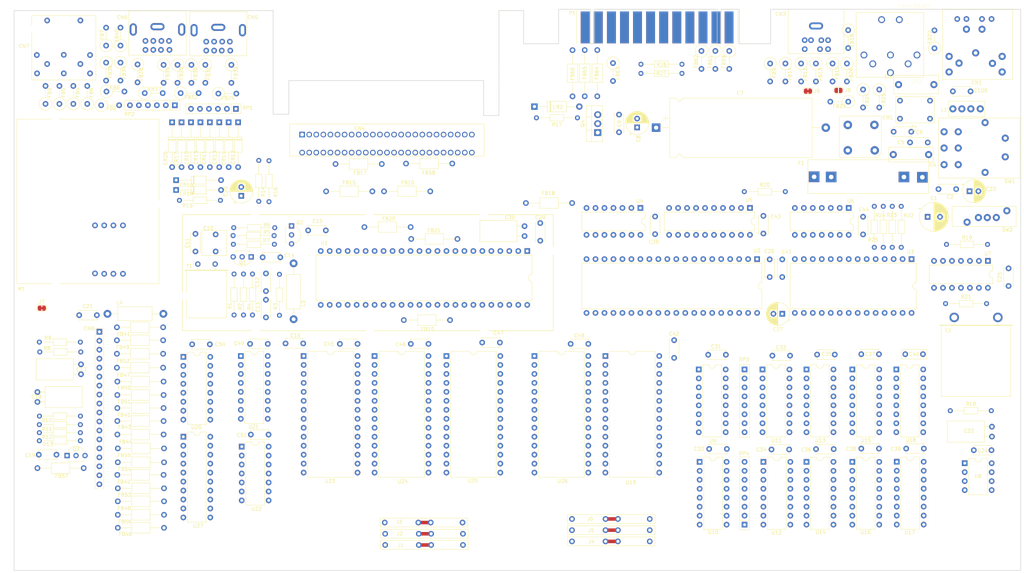
<source format=kicad_pcb>
(kicad_pcb (version 20221018) (generator pcbnew)
  (layers (0 "F.Cu" signal) (31 "B.Cu" signal) (34 "B.Paste" user) (35 "F.Paste" user) (36 "B.SilkS" user "B.Silkscreen") (37 "F.SilkS" user "F.Silkscreen") (38 "B.Mask" user) (39 "F.Mask" user) (44 "Edge.Cuts" user))
  (net 0 "")
  (net 1 "+5V")
  (net 2 "GND")
  (net 3 "Net-(C3-Pad1)")
  (net 4 "Net-(C3-Pad2)")
  (net 5 "9VAC2")
  (net 6 "Net-(C4-Pad1)")
  (net 7 "+9V")
  (net 8 "Net-(C10-Pad1)")
  (net 9 "Net-(C12-Pad1)")
  (net 10 "Net-(C12-Pad2)")
  (net 11 "Net-(C14-Pad2)")
  (net 12 "Net-(C14-Pad1)")
  (net 13 "Net-(C15-Pad1)")
  (net 14 "Net-(C17-Pad2)")
  (net 15 "Net-(C17-Pad1)")
  (net 16 "Net-(C18-Pad2)")
  (net 17 "Net-(C20-Pad1)")
  (net 18 "Net-(C20-Pad2)")
  (net 19 "Net-(C21-Pad1)")
  (net 20 "Net-(C22-Pad1)")
  (net 21 "Net-(C23-Pad1)")
  (net 22 "Net-(C29-Pad1)")
  (net 23 "ATN")
  (net 24 "Net-(CN2-Pad2)")
  (net 25 "/CLK")
  (net 26 "/DATA")
  (net 27 "Net-(CN2-Pad6)")
  (net 28 "Net-(CN3-Pad1)")
  (net 29 "Net-(CN3-Pad6)")
  (net 30 "Net-(CN3-Pad3)")
  (net 31 "Net-(CN3-Pad2)")
  (net 32 "Net-(CN3-Pad5)")
  (net 33 "Net-(CN3-Pad4)")
  (net 34 "IRQ")
  (net 35 "RW")
  (net 36 "C1_HIGH")
  (net 37 "C2_LOW")
  (net 38 "C2_HIGH")
  (net 39 "CS1")
  (net 40 "CS0")
  (net 41 "Net-(CN4-Pad11)")
  (net 42 "MUX")
  (net 43 "BA")
  (net 44 "/D7")
  (net 45 "/D6")
  (net 46 "/D5")
  (net 47 "/D4")
  (net 48 "/D3")
  (net 49 "/D1")
  (net 50 "/D2")
  (net 51 "/D0")
  (net 52 "AEC")
  (net 53 "EXT_AUDIO")
  (net 54 "Net-(CN4-Pad24)")
  (net 55 "/A0")
  (net 56 "/A1")
  (net 57 "/A2")
  (net 58 "/A3")
  (net 59 "/A4")
  (net 60 "/A5")
  (net 61 "/A6")
  (net 62 "/A7")
  (net 63 "/A8")
  (net 64 "/A9")
  (net 65 "/A10")
  (net 66 "/A11")
  (net 67 "/A12")
  (net 68 "/A13")
  (net 69 "/A14")
  (net 70 "/A15")
  (net 71 "Net-(CN4-PadE)")
  (net 72 "Net-(CN4-PadD)")
  (net 73 "BRESET")
  (net 74 "C1_LOW")
  (net 75 "Net-(CN5-Pad7)")
  (net 76 "Net-(CN5-Pad8)")
  (net 77 "Net-(CN5-Pad6)")
  (net 78 "Net-(CN5-Pad1)")
  (net 79 "Net-(CN5-Pad3)")
  (net 80 "Net-(CN5-Pad2)")
  (net 81 "Net-(CN5-Pad5)")
  (net 82 "Net-(CN5-Pad4)")
  (net 83 "Net-(CN6-Pad7)")
  (net 84 "Net-(CN6-Pad4)")
  (net 85 "Net-(CN6-Pad2)")
  (net 86 "Net-(CN6-Pad3)")
  (net 87 "Net-(CN6-Pad1)")
  (net 88 "Net-(CN6-Pad6)")
  (net 89 "Net-(CN6-Pad8)")
  (net 90 "Net-(CN7-Pad6)")
  (net 91 "Net-(CN7-Pad1)")
  (net 92 "Net-(CN7-Pad3)")
  (net 93 "Net-(CN7-Pad2)")
  (net 94 "Net-(CN7-Pad5)")
  (net 95 "Net-(CN7-Pad4)")
  (net 96 "Net-(CN8-Pad1)")
  (net 97 "Net-(CN8-Pad2)")
  (net 98 "Net-(CN8-Pad4)")
  (net 99 "Net-(CN8-Pad6)")
  (net 100 "Net-(CN8-Pad7)")
  (net 101 "Net-(CN8-Pad8)")
  (net 102 "Net-(CN8-Pad9)")
  (net 103 "Net-(CN8-Pad10)")
  (net 104 "Net-(CN8-Pad11)")
  (net 105 "Net-(CN8-Pad12)")
  (net 106 "Net-(CN8-Pad13)")
  (net 107 "Net-(CN8-Pad14)")
  (net 108 "Net-(CN8-Pad15)")
  (net 109 "Net-(CN8-Pad16)")
  (net 110 "Net-(CN8-Pad17)")
  (net 111 "Net-(CN8-Pad18)")
  (net 112 "9VAC1")
  (net 113 "Net-(CR2-Pad1)")
  (net 114 "Net-(CR11-Pad1)")
  (net 115 "Net-(CR11-Pad2)")
  (net 116 "Net-(CR12-Pad2)")
  (net 117 "Net-(CR12-Pad1)")
  (net 118 "Net-(CR13-Pad1)")
  (net 119 "Net-(CR13-Pad2)")
  (net 120 "Net-(CR14-Pad2)")
  (net 121 "Net-(CR14-Pad1)")
  (net 122 "Net-(CR15-Pad1)")
  (net 123 "Net-(CR15-Pad2)")
  (net 124 "Net-(CR16-Pad1)")
  (net 125 "Net-(CR17-Pad1)")
  (net 126 "Net-(CR18-Pad1)")
  (net 127 "Net-(CR19-Pad1)")
  (net 128 "Net-(CR20-Pad2)")
  (net 129 "Net-(CR20-Pad1)")
  (net 130 "Net-(F1-Pad2)")
  (net 131 "Net-(FB3-Pad2)")
  (net 132 "Net-(FB4-Pad2)")
  (net 133 "Net-(FB5-Pad2)")
  (net 134 "CST_RD")
  (net 135 "CST_WRT")
  (net 136 "CST_SENSE")
  (net 137 "Net-(FB14-Pad1)")
  (net 138 "RAS")
  (net 139 "ϕ0")
  (net 140 "/CAS")
  (net 141 "Net-(FB19-Pad1)")
  (net 142 "SND")
  (net 143 "Net-(FB20-Pad1)")
  (net 144 "LUM")
  (net 145 "COLOR")
  (net 146 "Net-(FB21-Pad1)")
  (net 147 "Net-(FB41-Pad2)")
  (net 148 "Net-(FB42-Pad2)")
  (net 149 "Net-(FB43-Pad2)")
  (net 150 "Net-(FB44-Pad2)")
  (net 151 "Net-(FB45-Pad2)")
  (net 152 "Net-(FB46-Pad2)")
  (net 153 "Net-(FB47-Pad2)")
  (net 154 "Net-(FB48-Pad2)")
  (net 155 "Net-(FB53-Pad1)")
  (net 156 "Net-(FB54-Pad1)")
  (net 157 "ϕ2")
  (net 158 "Net-(FB59-Pad1)")
  (net 159 "Net-(FB60-Pad1)")
  (net 160 "Net-(FB61-Pad1)")
  (net 161 "Net-(FB62-Pad1)")
  (net 162 "Net-(FB63-Pad1)")
  (net 163 "Net-(FB64-Pad1)")
  (net 164 "Net-(FB65-Pad1)")
  (net 165 "Net-(J1-Pad2)")
  (net 166 "Net-(J2-Pad2)")
  (net 167 "Net-(J3-Pad2)")
  (net 168 "Net-(J4-Pad2)")
  (net 169 "Net-(J5-Pad2)")
  (net 170 "Net-(J6-Pad2)")
  (net 171 "Net-(J7-Pad2)")
  (net 172 "Net-(L1-Pad4)")
  (net 173 "Net-(M1-Pad1)")
  (net 174 "Net-(P1-Pad5)")
  (net 175 "Net-(P1-Pad6)")
  (net 176 "Net-(P1-Pad7)")
  (net 177 "Net-(P1-Pad8)")
  (net 178 "Net-(P1-PadB)")
  (net 179 "Net-(P1-PadC)")
  (net 180 "Net-(P1-PadD)")
  (net 181 "Net-(P1-PadE)")
  (net 182 "Net-(P1-PadF)")
  (net 183 "Net-(P1-PadH)")
  (net 184 "Net-(P1-PadJ)")
  (net 185 "Net-(P1-PadK)")
  (net 186 "Net-(P1-PadL)")
  (net 187 "Net-(P1-PadM)")
  (net 188 "CLK_IN")
  (net 189 "Net-(Q3-Pad1)")
  (net 190 "RESET")
  (net 191 "/A6_13")
  (net 192 "Net-(RP3-Pad7)")
  (net 193 "/A4_11")
  (net 194 "Net-(RP3-Pad5)")
  (net 195 "/A5_12")
  (net 196 "Net-(RP3-Pad3)")
  (net 197 "/A0_14")
  (net 198 "Net-(RP3-Pad1)")
  (net 199 "Net-(RP4-Pad1)")
  (net 200 "/A1_8")
  (net 201 "Net-(RP4-Pad3)")
  (net 202 "/A3_10")
  (net 203 "Net-(RP4-Pad5)")
  (net 204 "/A7_15")
  (net 205 "Net-(RP4-Pad7)")
  (net 206 "/A2_9")
  (net 207 "CST_MTR")
  (net 208 "Net-(U2-Pad28)")
  (net 209 "Net-(U2-Pad29)")
  (net 210 "Net-(U2-Pad30)")
  (net 211 "Net-(U3-Pad11)")
  (net 212 "Net-(U3-Pad8)")
  (net 213 "Net-(U3-Pad7)")
  (net 214 "Net-(U3-Pad6)")
  (net 215 "Net-(U3-Pad17)")
  (net 216 "Net-(U19-Pad15)")
  (net 217 "Net-(U3-Pad16)")
  (net 218 "Net-(U19-Pad16)")
  (net 219 "Net-(U7-Pad1)")
  (net 220 "/A1_12")
  (net 221 "Net-(U19-Pad10)")
  (net 222 "KERN")
  (net 223 "KEY_CS")
  (net 224 "ADDR_CLK")
  (net 225 "Net-(U20-Pad2)")
  (net 226 "Net-(U20-Pad3)")
  (net 227 "Net-(U20-Pad11)")
  (net 228 "Net-(U20-Pad4)")
  (net 229 "Net-(U20-Pad12)")
  (net 230 "Net-(U20-Pad5)")
  (net 231 "Net-(U20-Pad13)")
  (net 232 "Net-(U20-Pad14)")
  (net 233 "Net-(U21-Pad14)")
  (net 234 "Net-(U21-Pad3)")
  (net 235 "Net-(U21-Pad9)")
  (net 236 "Net-(FB24-Pad1)")
  (net 237 "Net-(J9-Pad1)")
  (net 238 "Net-(C100-Pad2)")
  (footprint "Commodore:Resistor_Horizontal" (layer "F.Cu") (at 114.173 120.777 -90)
    (fp_text reference "R1")
    (fp_text value "4k7")
  )
  (footprint "Commodore:Resistor_Horizontal" (layer "F.Cu") (at 116.84 120.777 -90)
    (fp_text reference "R2")
    (fp_text value "10k")
  )
  (footprint "Commodore:Resistor_Horizontal" (layer "F.Cu") (at 127 128.4732 90)
    (fp_text reference "R3")
    (fp_text value "470")
  )
  (footprint "Commodore:Resistor_Horizontal" (layer "F.Cu") (at 119.38 120.777 -90)
    (fp_text reference "R4")
    (fp_text value "220")
  )
  (footprint "Commodore:Resistor_Horizontal" (layer "F.Cu") (at 123.5 107.9 180)
    (fp_text reference "R5")
    (fp_text value "18k")
  )
  (footprint "Commodore:Resistor_Horizontal" (layer "F.Cu") (at 116.078 105.664)
    (fp_text reference "R6")
    (fp_text value "1k5")
  )
  (footprint "Commodore:Resistor_Horizontal" (layer "F.Cu") (at 123.571 110.363 180)
    (fp_text reference "R7")
    (fp_text value "470")
  )
  (footprint "Commodore:Resistor_Horizontal" (layer "F.Cu") (at 61.214 140.843)
    (fp_text reference "R8")
    (fp_text value "100k")
  )
  (footprint "Commodore:Resistor_Horizontal" (layer "F.Cu") (at 61.087 138.049)
    (fp_text reference "R9")
    (fp_text value "1k")
  )
  (footprint "Commodore:Resistor_Horizontal" (layer "F.Cu") (at 68.707 159.004 180)
    (fp_text reference "R10")
    (fp_text value "1k")
  )
  (footprint "Commodore:Resistor_Horizontal" (layer "F.Cu") (at 61.087 161.417)
    (fp_text reference "R11")
    (fp_text value "12k")
  )
  (footprint "Commodore:Resistor_Horizontal" (layer "F.Cu") (at 61.087 163.703)
    (fp_text reference "R12")
    (fp_text value "1k")
  )
  (footprint "Commodore:Resistor_Horizontal" (layer "F.Cu") (at 61.087 165.989)
    (fp_text reference "R13")
    (fp_text value "1k")
  )
  (footprint "Commodore:Resistor_Horizontal" (layer "F.Cu") (at 121.158 96.2152 90)
    (fp_text reference "R14")
    (fp_text value "240")
  )
  (footprint "Commodore:Resistor_Horizontal" (layer "F.Cu") (at 100.711 97.917)
    (fp_text reference "R15")
    (fp_text value "240")
  )
  (footprint "Commodore:Resistor_Horizontal" (layer "F.Cu") (at 124.0536 88.6968 -90)
    (fp_text reference "R16")
    (fp_text value "100k")
  )
  (footprint "Commodore:Resistor_Horizontal" (layer "F.Cu") (at 209.296 74.549 180)
    (fp_text reference "R17")
    (fp_text value "1k5")
  )
  (footprint "Commodore:Resistor_Horizontal" (layer "F.Cu") (at 318.77 157.48)
    (fp_text reference "R18")
    (fp_text value "47k")
  )
  (footprint "Commodore:Resistor_Horizontal" (layer "F.Cu") (at 260.5024 95.4532)
    (fp_text reference "R20")
    (fp_text value "3k")
  )
  (footprint "Commodore:Resistor_Horizontal" (layer "F.Cu") (at 302.895 109.22 90)
    (fp_text reference "R22")
    (fp_text value "1k")
  )
  (footprint "Commodore:Resistor_Horizontal" (layer "F.Cu") (at 300.355 109.22 90)
    (fp_text reference "R23")
    (fp_text value "1k")
  )
  (footprint "Commodore:Resistor_Horizontal" (layer "F.Cu") (at 297.815 109.22 90)
    (fp_text reference "R24")
    (fp_text value "1k")
  )
  (footprint "Commodore:Resistor_Horizontal" (layer "F.Cu") (at 295.275 109.22 90)
    (fp_text reference "R25")
    (fp_text value "1k")
  )
  (footprint "Commodore:Resistor_Horizontal" (layer "F.Cu") (at 238.8616 59.3852 180)
    (fp_text reference "R26")
    (fp_text value "10K")
  )
  (footprint "Commodore:Resistor_Horizontal" (layer "F.Cu") (at 238.8616 61.976 180)
    (fp_text reference "R27")
    (fp_text value "10K")
  )
  (footprint "Capacitor_THT:CP_Radial_D6.3mm_P2.50mm" (layer "F.Cu") (at 269.24 130.048 180)
    (fp_text reference "C27")
    (fp_text value "10u")
  )
  (footprint "Capacitor_THT:CP_Radial_D6.3mm_P2.50mm" (layer "F.Cu") (at 228.1936 77.2668 90)
    (fp_text reference "C8")
    (fp_text value "10u")
  )
  (footprint "Capacitor_THT:C_Disc_D5.0mm_W2.5mm_P5.00mm" (layer "F.Cu") (at 223.0628 78.6384 90)
    (fp_text reference "C9")
    (fp_text value "100n")
  )
  (footprint "Capacitor_THT:CP_Radial_D6.3mm_P2.50mm" (layer "F.Cu") (at 116.205 96.647 90)
    (fp_text reference "C20")
    (fp_text value "10u")
  )
  (footprint "Capacitor_THT:CP_Radial_D6.3mm_P2.50mm" (layer "F.Cu") (at 322.2244 95.3262)
    (fp_text reference "C23")
    (fp_text value "1u")
  )
  (footprint "Commodore:RF_Modulator" (layer "F.Cu") (at 53.34 80.01)
    (fp_text reference "M1")
    (fp_text value "RFMODULATOR")
  )
  (footprint "Capacitor_THT:CP_Radial_D8.0mm_P3.50mm" (layer "F.Cu") (at 310.37022 102.5906)
    (fp_text reference "C1")
    (fp_text value "100u")
  )
  (footprint "Capacitor_THT:C_Disc_D5.0mm_W2.5mm_P5.00mm" (layer "F.Cu") (at 313.436 94.742)
    (fp_text reference "C2")
    (fp_text value "100n")
  )
  (footprint "Capacitor_THT:C_Disc_D12.5mm_W5.0mm_P10.00mm" (layer "F.Cu") (at 302.133 65.151)
    (fp_text reference "C3")
    (fp_text value "220n")
  )
  (footprint "Capacitor_THT:C_Disc_D5.0mm_W2.5mm_P5.00mm" (layer "F.Cu") (at 310.388 81.534 180)
    (fp_text reference "C5")
    (fp_text value "220n")
  )
  (footprint "Commodore:TrimCap_251029-02" (layer "F.Cu") (at 108.966 107.569 -90)
    (fp_text reference "C10")
    (fp_text value "4-20p")
  )
  (footprint "Capacitor_THT:C_Disc_D5.0mm_W2.5mm_P5.00mm" (layer "F.Cu") (at 103.251 112.395 90)
    (fp_text reference "C11")
    (fp_text value "33p")
  )
  (footprint "Capacitor_THT:C_Disc_D5.0mm_W2.5mm_P5.00mm" (layer "F.Cu") (at 123.19 118.618 -90)
    (fp_text reference "C12")
    (fp_text value "220p")
  )
  (footprint "Capacitor_THT:C_Disc_D5.0mm_W2.5mm_P5.00mm" (layer "F.Cu") (at 123.19 131.064 90)
    (fp_text reference "C13")
    (fp_text value "150p")
  )
  (footprint "Capacitor_THT:C_Disc_D5.0mm_W2.5mm_P5.00mm" (layer "F.Cu") (at 127.254 114.046 180)
    (fp_text reference "C14")
    (fp_text value "10n")
  )
  (footprint "Capacitor_THT:C_Disc_D5.0mm_W2.5mm_P5.00mm" (layer "F.Cu") (at 135.128 106.426)
    (fp_text reference "C15")
    (fp_text value "100n")
  )
  (footprint "Capacitor_THT:C_Disc_D5.0mm_W2.5mm_P5.00mm" (layer "F.Cu") (at 133.731 138.43 180)
    (fp_text reference "C16")
    (fp_text value "100n")
  )
  (footprint "Commodore:C_Disc_10mm_6mm" (layer "F.Cu") (at 66.421 147.447 180)
    (fp_text reference "C17")
    (fp_text value "10u")
  )
  (footprint "Commodore:C_Disc_10mm_6mm" (layer "F.Cu") (at 62.992 151.892)
    (fp_text reference "C18")
    (fp_text value "10u")
  )
  (footprint "Capacitor_THT:C_Disc_D5.0mm_W2.5mm_P5.00mm" (layer "F.Cu") (at 58.928 169.926)
    (fp_text reference "C19")
    (fp_text value "2700p")
  )
  (footprint "Commodore:Diode_Bridge_12.5x12.5" (layer "F.Cu") (at 295.402 83.566 180)
    (fp_text reference "CR1")
    (fp_text value "D_Bridge_+-AA")
  )
  (footprint "Capacitor_THT:C_Disc_D5.0mm_W2.5mm_P5.00mm" (layer "F.Cu") (at 70.358 130.429)
    (fp_text reference "C21")
    (fp_text value "100n")
  )
  (footprint "Commodore:C_Disc_10mm_6mm" (layer "F.Cu") (at 324.104 165.1 180)
    (fp_text reference "C22")
    (fp_text value "10u")
  )
  (footprint "Capacitor_THT:C_Disc_D5.0mm_W2.5mm_P5.00mm" (layer "F.Cu") (at 328.422 168.656 180)
    (fp_text reference "C24")
    (fp_text value "100n")
  )
  (footprint "Capacitor_THT:C_Disc_D5.0mm_W2.5mm_P5.00mm" (layer "F.Cu") (at 333.248 122.174 90)
    (fp_text reference "C25")
    (fp_text value "100n")
  )
  (footprint "Capacitor_THT:C_Disc_D5.0mm_W2.5mm_P5.00mm" (layer "F.Cu") (at 265.684 119.634 90)
    (fp_text reference "C26")
    (fp_text value "100n")
  )
  (footprint "Capacitor_THT:C_Disc_D5.0mm_W2.5mm_P5.00mm" (layer "F.Cu") (at 233.2736 107.4928 90)
    (fp_text reference "C28")
    (fp_text value "100n")
  )
  (footprint "Capacitor_THT:C_Disc_D5.0mm_W2.5mm_P5.00mm" (layer "F.Cu") (at 200.787 109.347 90)
    (fp_text reference "C29")
    (fp_text value "100n")
  )
  (footprint "Commodore:C_Disc_10mm_6mm" (layer "F.Cu") (at 191.897 108.331 180)
    (fp_text reference "C30")
    (fp_text value "10u")
  )
  (footprint "Capacitor_THT:C_Disc_D5.0mm_W2.5mm_P5.00mm" (layer "F.Cu") (at 248.5644 168.3004)
    (fp_text reference "C32")
    (fp_text value "100n")
  )
  (footprint "Capacitor_THT:C_Disc_D5.0mm_W2.5mm_P5.00mm" (layer "F.Cu") (at 266.446 141.8844)
    (fp_text reference "C33")
    (fp_text value "100n")
  )
  (footprint "Capacitor_THT:C_Disc_D5.0mm_W2.5mm_P5.00mm" (layer "F.Cu") (at 266.192 168.4528)
    (fp_text reference "C34")
    (fp_text value "100n")
  )
  (footprint "Capacitor_THT:C_Disc_D5.0mm_W2.5mm_P5.00mm" (layer "F.Cu") (at 279.0952 141.5796)
    (fp_text reference "C35")
    (fp_text value "100n")
  )
  (footprint "Capacitor_THT:C_Disc_D5.0mm_W2.5mm_P5.00mm" (layer "F.Cu") (at 278.7904 168.3512)
    (fp_text reference "C36")
    (fp_text value "100n")
  )
  (footprint "Capacitor_THT:C_Disc_D5.0mm_W2.5mm_P5.00mm" (layer "F.Cu") (at 291.592 141.478)
    (fp_text reference "C37")
    (fp_text value "100n")
  )
  (footprint "Capacitor_THT:C_Rect_L7.0mm_W2.5mm_P5.00mm" (layer "F.Cu") (at 304.038 141.478)
    (fp_text reference "C40")
    (fp_text value "100n")
  )
  (footprint "Capacitor_THT:C_Disc_D5.0mm_W2.5mm_P5.00mm" (layer "F.Cu") (at 269.24 119.634 90)
    (fp_text reference "C41")
    (fp_text value "100n")
  )
  (footprint "Capacitor_THT:C_Disc_D5.0mm_W2.5mm_P5.00mm" (layer "F.Cu") (at 238.6584 137.5156 -90)
    (fp_text reference "C42")
    (fp_text value "100n")
  )
  (footprint "Capacitor_THT:C_Disc_D5.0mm_W2.5mm_P5.00mm" (layer "F.Cu") (at 292.1 107.569 90)
    (fp_text reference "C44")
    (fp_text value "100n")
  )
  (footprint "Capacitor_THT:C_Disc_D5.0mm_W2.5mm_P5.00mm" (layer "F.Cu") (at 149.098 138.557 180)
    (fp_text reference "C45")
    (fp_text value "100n")
  )
  (footprint "Capacitor_THT:C_Disc_D5.0mm_W2.5mm_P5.00mm" (layer "F.Cu") (at 169.164 138.557 180)
    (fp_text reference "C46")
    (fp_text value "100n")
  )
  (footprint "Capacitor_THT:C_Disc_D5.0mm_W2.5mm_P5.00mm" (layer "F.Cu") (at 189.357 138.176 180)
    (fp_text reference "C47")
    (fp_text value "100n")
  )
  (footprint "Capacitor_THT:C_Disc_D5.0mm_W2.5mm_P5.00mm" (layer "F.Cu") (at 214.376 138.557 180)
    (fp_text reference "C48")
    (fp_text value "100n")
  )
  (footprint "Capacitor_THT:C_Disc_D5.0mm_W2.5mm_P5.00mm" (layer "F.Cu") (at 123.698 138.557 180)
    (fp_text reference "C49")
    (fp_text value "100n")
  )
  (footprint "Capacitor_THT:C_Disc_D5.0mm_W2.5mm_P5.00mm" (layer "F.Cu") (at 107.315 138.684 180)
    (fp_text reference "C50")
    (fp_text value "100n")
  )
  (footprint "Capacitor_THT:C_Disc_D5.0mm_W2.5mm_P5.00mm" (layer "F.Cu") (at 118.9228 164.2364)
    (fp_text reference "C51")
    (fp_text value "100n")
  )
  (footprint "Commodore:Connector_DIN_Female_6Pin_3rows" (layer "F.Cu") (at 299.847 56.769 180)
    (fp_text reference "CN2")
    (fp_text value "Conn_01x07")
  )
  (footprint "Commodore:Connector_Mini-DIN_Female_7Pin_2rows" (layer "F.Cu") (at 277.495 52.197 180)
    (fp_text reference "CN3")
    (fp_text value "Conn_01x07")
  )
  (footprint "Commodore:50Pin_Edge_Connector" (layer "F.Cu") (at 139.4302 79.2988)
    (fp_text reference "CN4")
    (fp_text value "50PinEdge")
  )
  (footprint "Commodore:Connector_Mini-DIN_Female_8Pin_2rows" (layer "F.Cu") (at 108.4 52.6 180)
    (fp_text reference "CN5")
    (fp_text value "Conn_01x08")
  )
  (footprint "Commodore:Connector_Mini-DIN_Female_8Pin_2rows" (layer "F.Cu") (at 91.2 52.4 180)
    (fp_text reference "CN6")
    (fp_text value "Conn_01x08")
  )
  (footprint "Commodore:Connector_DIN_Female_8Pin_3rows" (layer "F.Cu") (at 66 56.9 90)
    (fp_text reference "CN7")
    (fp_text value "Conn_01x08")
  )
  (footprint "Commodore:Keyboard_Connector" (layer "F.Cu") (at 76.073 135.128)
    (fp_text reference "CN8")
    (fp_text value "Keyboard-Matrix")
  )
  (footprint "Diode_THT:D_A-405_P12.70mm_Horizontal" (layer "F.Cu") (at 199.136 71.374)
    (fp_text reference "CR2")
    (fp_text value "6.8V")
  )
  (footprint "Commodore:Fuseholder_Cylinder-6.3x32mm" (layer "F.Cu") (at 286.258 91.186)
    (fp_text reference "F1")
    (fp_text value "1.5A")
  )
  (footprint "Commodore:L_Axial_L7.0mm_D3.3mm_P5.08mm_Vertical" (layer "F.Cu") (at 76.581 70.993)
    (fp_text reference "FB2")
    (fp_text value "Ferrite_Bead_Small")
  )
  (footprint "Commodore:L_Axial_L7.0mm_D3.3mm_P5.08mm_Vertical" (layer "F.Cu") (at 68.707 70.612 90)
    (fp_text reference "FB4")
    (fp_text value "Ferrite_Bead_Small")
  )
  (footprint "Commodore:L_Axial_L7.0mm_D3.3mm_P5.08mm_Vertical" (layer "F.Cu") (at 64.77 70.612 90)
    (fp_text reference "FB5")
    (fp_text value "Ferrite_Bead_Small")
  )
  (footprint "Commodore:L_Axial_L7.0mm_D3.3mm_P5.08mm_Vertical" (layer "F.Cu") (at 77.978 54.102 90)
    (fp_text reference "FB7")
    (fp_text value "Ferrite_Bead_Small")
  )
  (footprint "Commodore:L_Axial_L7.0mm_D3.3mm_P5.08mm_Vertical" (layer "F.Cu") (at 72.644 70.612 90)
    (fp_text reference "FB8")
    (fp_text value "Ferrite_Bead_Small")
  )
  (footprint "Commodore:L_Axial_L7.0mm_D3.3mm_P5.08mm_Vertical" (layer "F.Cu") (at 265.811 59.182 -90)
    (fp_text reference "FB9")
    (fp_text value "Ferrite_Bead_Small")
  )
  (footprint "Commodore:L_Axial_L7.0mm_D3.3mm_P5.08mm_Vertical" (layer "F.Cu") (at 287.8836 49.7332 -90)
    (fp_text reference "FB10")
    (fp_text value "Ferrite_Bead_Small")
  )
  (footprint "Commodore:L_Axial_L7.0mm_D3.3mm_P5.08mm_Vertical" (layer "F.Cu") (at 283.464 59.182 -90)
    (fp_text reference "FB11")
    (fp_text value "Ferrite_Bead_Small")
  )
  (footprint "Commodore:L_Axial_L7.0mm_D3.3mm_P5.08mm_Vertical" (layer "F.Cu") (at 274.574 59.182 -90)
    (fp_text reference "FB12")
    (fp_text value "Ferrite_Bead_Small")
  )
  (footprint "Commodore:L_Axial_L7.0mm_D3.3mm_P5.08mm_Vertical" (layer "F.Cu") (at 278.765 59.182 -90)
    (fp_text reference "FB13")
    (fp_text value "Ferrite_Bead_Small")
  )
  (footprint "Commodore:L_Axial_L7.0mm_D3.3mm_P5.08mm_Vertical" (layer "F.Cu") (at 270.129 59.182 -90)
    (fp_text reference "FB14")
    (fp_text value "Ferrite_Bead_Small")
  )
  (footprint "Commodore:Ferrite_Bead_L5.0mm_D3.6mm_P13.00mm_Horizontal" (layer "F.Cu") (at 141.732 95.377)
    (fp_text reference "FB15")
    (fp_text value "Ferrite_Bead_Small")
  )
  (footprint "Commodore:Ferrite_Bead_L5.0mm_D3.6mm_P13.00mm_Horizontal" (layer "F.Cu") (at 158.115 95.377)
    (fp_text reference "FB16")
    (fp_text value "Ferrite_Bead_Small")
  )
  (footprint "Commodore:Ferrite_Bead_L5.0mm_D3.6mm_P13.00mm_Horizontal" (layer "F.Cu") (at 144.399 87.63)
    (fp_text reference "FB17")
    (fp_text value "Ferrite_Bead_Small")
  )
  (footprint "Commodore:Ferrite_Bead_L5.0mm_D3.6mm_P13.00mm_Horizontal" (layer "F.Cu") (at 163.703 131.826)
    (fp_text reference "FB19")
    (fp_text value "Ferrite_Bead_Small")
  )
  (footprint "Commodore:Ferrite_Bead_L5.0mm_D3.6mm_P13.00mm_Horizontal" (layer "F.Cu") (at 175.8315 108.8517 180)
    (fp_text reference "FB21")
    (fp_text value "Ferrite_Bead_Small")
  )
  (footprint "Commodore:L_Axial_L7.0mm_D3.3mm_P5.08mm_Vertical" (layer "F.Cu") (at 312.293 54.864 90)
    (fp_text reference "FB22")
    (fp_text value "Ferrite_Bead_Small")
  )
  (footprint "Commodore:L_Axial_L7.0mm_D3.3mm_P5.08mm_Vertical" (layer "F.Cu") (at 292.1 66.548 -90)
    (fp_text reference "FB24")
    (fp_text value "Ferrite_Bead_Small")
  )
  (footprint "Commodore:L_Axial_L7.0mm_D3.3mm_P5.08mm_Vertical" (layer "F.Cu") (at 296.672 66.548 -90)
    (fp_text reference "FB25")
    (fp_text value "Ferrite_Bead_Small")
  )
  (footprint "Commodore:L_Axial_L7.0mm_D3.3mm_P5.08mm_Vertical" (layer "F.Cu") (at 287.528 59.182 -90)
    (fp_text reference "FB26")
    (fp_text value "Ferrite_Bead_Small")
  )
  (footprint "Commodore:L_Axial_L7.0mm_D3.3mm_P5.08mm_Vertical" (layer "F.Cu") (at 98.171 59.563 -90)
    (fp_text reference "FB28")
    (fp_text value "Ferrite_Bead_Small")
  )
  (footprint "Commodore:L_Axial_L7.0mm_D3.3mm_P5.08mm_Vertical" (layer "F.Cu") (at 109.728 67.691)
    (fp_text reference "FB29")
    (fp_text value "Ferrite_Bead_Small")
  )
  (footprint "Commodore:L_Axial_L7.0mm_D3.3mm_P5.08mm_Vertical" (layer "F.Cu") (at 102.108 59.563 -90)
    (fp_text reference "FB30")
    (fp_text value "Ferrite_Bead_Small")
  )
  (footprint "Commodore:L_Axial_L7.0mm_D3.3mm_P5.08mm_Vertical" (layer "F.Cu") (at 106.045 59.563 -90)
    (fp_text reference "FB31")
    (fp_text value "Ferrite_Bead_Small")
  )
  (footprint "Commodore:L_Axial_L7.0mm_D3.3mm_P5.08mm_Vertical" (layer "F.Cu") (at 99.06 67.564)
    (fp_text reference "FB32")
    (fp_text value "Ferrite_Bead_Small")
  )
  (footprint "Commodore:L_Axial_L7.0mm_D3.3mm_P5.08mm_Vertical" (layer "F.Cu") (at 113.411 59.563 -90)
    (fp_text reference "FB33")
    (fp_text value "Ferrite_Bead_Small")
  )
  (footprint "Commodore:L_Axial_L7.0mm_D3.3mm_P5.08mm_Vertical" (layer "F.Cu") (at 82.042 58.928 -90)
    (fp_text reference "FB34")
    (fp_text value "Ferrite_Bead_Small")
  )
  (footprint "Commodore:L_Axial_L7.0mm_D3.3mm_P5.08mm_Vertical" (layer "F.Cu") (at 94.234 59.563 -90)
    (fp_text reference "FB35")
    (fp_text value "Ferrite_Bead_Small")
  )
  (footprint "Commodore:L_Axial_L7.0mm_D3.3mm_P5.08mm_Vertical" (layer "F.Cu") (at 77.978 58.928 -90)
    (fp_text reference "FB36")
    (fp_text value "Ferrite_Bead_Small")
  )
  (footprint "Commodore:L_Axial_L7.0mm_D3.3mm_P5.08mm_Vertical" (layer "F.Cu") (at 88.9 67.564)
    (fp_text reference "FB37")
    (fp_text value "Ferrite_Bead_Small")
  )
  (footprint "Commodore:L_Axial_L7.0mm_D3.3mm_P5.08mm_Vertical" (layer "F.Cu") (at 86.868 59.436 -90)
    (fp_text reference "FB38")
    (fp_text value "Ferrite_Bead_Small")
  )
  (footprint "Commodore:L_Axial_L7.0mm_D3.3mm_P5.08mm_Vertical" (layer "F.Cu") (at 82.042 54.102 90)
    (fp_text reference "FB40")
    (fp_text value "Ferrite_Bead_Small")
  )
  (footprint "Commodore:Ferrite_Bead_L5.0mm_D3.6mm_P13.00mm_Horizontal" (layer "F.Cu") (at 82.677 175.641)
    (fp_text reference "FB42")
    (fp_text value "Ferrite_Bead_Small")
  )
  (footprint "Commodore:Ferrite_Bead_L5.0mm_D3.6mm_P13.00mm_Horizontal" (layer "F.Cu") (at 82.677 164.211)
    (fp_text reference "FB44")
    (fp_text value "Ferrite_Bead_Small")
  )
  (footprint "Commodore:Ferrite_Bead_L5.0mm_D3.6mm_P13.00mm_Horizontal" (layer "F.Cu") (at 82.677 156.718)
    (fp_text reference "FB45")
    (fp_text value "Ferrite_Bead_Small")
  )
  (footprint "Commodore:Ferrite_Bead_L5.0mm_D3.6mm_P13.00mm_Horizontal" (layer "F.Cu") (at 82.55 145.288)
    (fp_text reference "FB47")
    (fp_text value "Ferrite_Bead_Small")
  )
  (footprint "Commodore:Ferrite_Bead_L5.0mm_D3.6mm_P13.00mm_Horizontal" (layer "F.Cu") (at 82.804 183.134)
    (fp_text reference "FB48")
    (fp_text value "Ferrite_Bead_Small")
  )
  (footprint "Commodore:Ferrite_Bead_L5.0mm_D3.6mm_P13.00mm_Horizontal" (layer "F.Cu") (at 82.55 137.541)
    (fp_text reference "FB49")
    (fp_text value "Ferrite_Bead_Small")
  )
  (footprint "Commodore:Ferrite_Bead_L5.0mm_D3.6mm_P13.00mm_Horizontal" (layer "F.Cu") (at 82.677 153.035)
    (fp_text reference "FB51")
    (fp_text value "Ferrite_Bead_Small")
  )
  (footprint "Commodore:Ferrite_Bead_L5.0mm_D3.6mm_P13.00mm_Horizontal" (layer "F.Cu") (at 82.55 141.351)
    (fp_text reference "FB52")
    (fp_text value "Ferrite_Bead_Small")
  )
  (footprint "Commodore:Ferrite_Bead_L5.0mm_D3.6mm_P13.00mm_Horizontal" (layer "F.Cu") (at 82.804 179.451)
    (fp_text reference "FB53")
    (fp_text value "Ferrite_Bead_Small")
  )
  (footprint "Commodore:Ferrite_Bead_L5.0mm_D3.6mm_P13.00mm_Horizontal" (layer "F.Cu") (at 92.837 172.085 180)
    (fp_text reference "FB54")
    (fp_text value "Ferrite_Bead_Small")
  )
  (footprint "Commodore:Ferrite_Bead_L5.0mm_D3.6mm_P13.00mm_Horizontal" (layer "F.Cu") (at 60.071 173.736)
    (fp_text reference "FB57")
    (fp_text value "Ferrite_Bead_Small")
  )
  (footprint "Commodore:Ferrite_Bead_L5.0mm_D3.6mm_P13.00mm_Horizontal" (layer "F.Cu") (at 164.338 87.503)
    (fp_text reference "FB58")
    (fp_text value "Ferrite_Bead_Small")
  )
  (footprint "Commodore:L_Axial_L7.0mm_D3.3mm_P5.08mm_Vertical" (layer "F.Cu") (at 254.254 55.626 -90)
    (fp_text reference "FB59")
    (fp_text value "Ferrite_Bead_Small")
  )
  (footprint "Commodore:Ferrite_Bead_L5.0mm_D3.6mm_P13.00mm_Horizontal" (layer "F.Cu") (at 209.9056 56.9214 -90)
    (fp_text reference "FB60")
    (fp_text value "Ferrite_Bead_Small")
  )
  (footprint "Commodore:L_Axial_L7.0mm_D3.3mm_P5.08mm_Vertical" (layer "F.Cu") (at 250.317 55.626 -90)
    (fp_text reference "FB61")
    (fp_text value "Ferrite_Bead_Small")
  )
  (footprint "Commodore:L_Axial_L7.0mm_D3.3mm_P5.08mm_Vertical" (layer "F.Cu") (at 246.38 55.626 -90)
    (fp_text reference "FB62")
    (fp_text value "Ferrite_Bead_Small")
  )
  (footprint "Commodore:L_Axial_L7.0mm_D3.3mm_P5.08mm_Vertical" (layer "F.Cu") (at 221.361 59.055 -90)
    (fp_text reference "FB63")
    (fp_text value "Ferrite_Bead_Small")
  )
  (footprint "Commodore:Ferrite_Bead_L5.0mm_D3.6mm_P13.00mm_Horizontal" (layer "F.Cu") (at 216.916 56.896 -90)
    (fp_text reference "FB64")
    (fp_text value "Ferrite_Bead_Small")
  )
  (footprint "Commodore:Ferrite_Bead_L5.0mm_D3.6mm_P13.00mm_Horizontal" (layer "F.Cu") (at 213.36 56.896 -90)
    (fp_text reference "FB65")
    (fp_text value "Ferrite_Bead_Small")
  )
  (footprint "Commodore:Jumper" (layer "F.Cu") (at 161.671 197.993)
    (fp_text reference "J1")
    (fp_text value "Jumper_NC_Dual")
  )
  (footprint "Commodore:Jumper" (layer "F.Cu") (at 161.671 194.818)
    (fp_text reference "J2")
    (fp_text value "Jumper_NC_Dual")
  )
  (footprint "Commodore:Jumper" (layer "F.Cu") (at 161.544 191.643)
    (fp_text reference "J3")
    (fp_text value "Jumper_NC_Dual")
  )
  (footprint "Commodore:Jumper" (layer "F.Cu") (at 214.503 196.977)
    (fp_text reference "J4")
    (fp_text value "Jumper_NC_Dual")
  )
  (footprint "Commodore:Jumper" (layer "F.Cu") (at 214.503 193.802)
    (fp_text reference "J5")
    (fp_text value "Jumper_NC_Dual")
  )
  (footprint "Commodore:Jumper" (layer "F.Cu") (at 214.503 190.627)
    (fp_text reference "J6")
    (fp_text value "Jumper_NC_Dual")
  )
  (footprint "Jumper:SolderJumper-2_P1.3mm_Bridged_RoundedPad1.0x1.5mm" (layer "F.Cu") (at 59.7916 128.4478)
    (fp_text reference "J7")
    (fp_text value "SolderJumper_2_Bridged")
  )
  (footprint "Commodore:EMI-Filter" (layer "F.Cu") (at 321.31 71.882)
    (fp_text reference "L1")
    (fp_text value "EMI_Filter")
  )
  (footprint "Commodore:Capacitor_D12.5mm_W5.0mm_P10.00mm" (layer "F.Cu") (at 310.642 84.963 180)
    (fp_text reference "C4")
    (fp_text value "220n")
  )
  (footprint "Commodore:L_Axial_L10.0mm_D4.0mm_P15.5mm_Horizontal" (layer "F.Cu") (at 131.2672 123.444 90)
    (fp_text reference "L3")
    (fp_text value "1.2u")
  )
  (footprint "Package_TO_SOT_THT:TO-220-3_Vertical" (layer "F.Cu") (at 217.043 78.74 90)
    (fp_text reference "Q4")
    (fp_text value "2SD880")
  )
  (footprint "Resistor_THT:R_Array_SIP6" (layer "F.Cu") (at 114.681 72.009 180)
    (fp_text reference "RP1")
    (fp_text value "3k3")
  )
  (footprint "Resistor_THT:R_Array_SIP6" (layer "F.Cu") (at 97.409 70.993 180)
    (fp_text reference "RP2")
    (fp_text value "3k3")
  )
  (footprint "Resistor_THT:R_Array_SIP8" (layer "F.Cu") (at 258.572 145.796 -90)
    (fp_text reference "RP3")
    (fp_text value "Resistor-Network")
  )
  (footprint "Resistor_THT:R_Array_SIP8" (layer "F.Cu") (at 258.572 189.738 90)
    (fp_text reference "RP4")
    (fp_text value "Resistor-Network")
  )
  (footprint "Commodore:Switch-Rocker" (layer "F.Cu") (at 318.516 76.708)
    (fp_text reference "SW1")
    (fp_text value "SW_DPST")
  )
  (footprint "Commodore:Switch-Pushbutton" (layer "F.Cu") (at 330.2889 103.0224 180)
    (fp_text reference "SW2")
    (fp_text value "SW_Push")
  )
  (footprint "Package_DIP:DIP-48_W15.24mm" (layer "F.Cu") (at 197.104 112.268 -90)
    (fp_text reference "U1")
    (fp_text value "8360")
  )
  (footprint "Package_DIP:DIP-40_W15.24mm" (layer "F.Cu") (at 262.128 114.554 -90)
    (fp_text reference "U2")
    (fp_text value "8501")
  )
  (footprint "Package_DIP:DIP-28_W15.24mm" (layer "F.Cu") (at 305.816 114.554 -90)
    (fp_text reference "U3")
    (fp_text value "6551")
  )
  (footprint "Package_DIP:DIP-14_W7.62mm" (layer "F.Cu") (at 229.108 100.076 -90)
    (fp_text reference "U4")
    (fp_text value "74LS08")
  )
  (footprint "Package_DIP:DIP-20_W7.62mm" (layer "F.Cu") (at 260.096 100.076 -90)
    (fp_text reference "U5")
    (fp_text value "6529")
  )
  (footprint "Package_DIP:DIP-14_W7.62mm" (layer "F.Cu") (at 288.036 100.076 -90)
    (fp_text reference "U6")
    (fp_text value "74LS04")
  )
  (footprint "Package_DIP:DIP-8_W7.62mm" (layer "F.Cu") (at 320.8528 172.339)
    (fp_text reference "U8")
    (fp_text value "LM555")
  )
  (footprint "Package_DIP:DIP-16_W7.62mm" (layer "F.Cu") (at 245.618 145.796)
    (fp_text reference "U9")
    (fp_text value "74LS257")
  )
  (footprint "Package_DIP:DIP-16_W7.62mm" (layer "F.Cu") (at 245.872 171.958)
    (fp_text reference "U10")
    (fp_text value "74LS257")
  )
  (footprint "Package_DIP:DIP-16_W7.62mm" (layer "F.Cu") (at 263.652 145.796)
    (fp_text reference "U11")
    (fp_text value "4164")
  )
  (footprint "Package_DIP:DIP-16_W7.62mm" (layer "F.Cu") (at 276.098 145.796)
    (fp_text reference "U13")
    (fp_text value "4164")
  )
  (footprint "Package_DIP:DIP-16_W7.62mm" (layer "F.Cu") (at 276.098 171.958)
    (fp_text reference "U14")
    (fp_text value "4164")
  )
  (footprint "Package_DIP:DIP-16_W7.62mm" (layer "F.Cu") (at 289.052 145.796)
    (fp_text reference "U15")
    (fp_text value "4164")
  )
  (footprint "Package_DIP:DIP-16_W7.62mm" (layer "F.Cu") (at 301.498 145.796)
    (fp_text reference "U18")
    (fp_text value "4164")
  )
  (footprint "Package_DIP:DIP-28_W15.24mm" (layer "F.Cu") (at 219.202 141.986)
    (fp_text reference "U19")
    (fp_text value "251641")
  )
  (footprint "Package_DIP:DIP-16_W7.62mm" (layer "F.Cu") (at 99.822 142.24)
    (fp_text reference "U20")
    (fp_text value "74LS139")
  )
  (footprint "Package_DIP:DIP-16_W7.62mm" (layer "F.Cu") (at 116.078 141.986)
    (fp_text reference "U21")
    (fp_text value "74LS175")
  )
  (footprint "Package_DIP:DIP-14_W7.62mm" (layer "F.Cu") (at 116.332 167.64)
    (fp_text reference "U22")
    (fp_text value "74LS27")
  )
  (footprint "Package_DIP:DIP-28_W15.24mm" (layer "F.Cu") (at 153.924 141.986)
    (fp_text reference "U24")
    (fp_text value "23128")
  )
  (footprint "Package_DIP:DIP-28_W15.24mm" (layer "F.Cu") (at 174.244 141.986)
    (fp_text reference "U25")
    (fp_text value "23128")
  )
  (footprint "Package_DIP:DIP-28_W15.24mm" (layer "F.Cu") (at 199.136 141.986)
    (fp_text reference "U26")
    (fp_text value "23128")
  )
  (footprint "Package_DIP:DIP-20_W7.62mm" (layer "F.Cu") (at 99.822 164.846)
    (fp_text reference "U27")
    (fp_text value "6529")
  )
  (footprint "Package_DIP:DIP-16_W7.62mm" (layer "F.Cu") (at 289.052 171.958)
    (fp_text reference "U16")
    (fp_text value "4164")
  )
  (footprint "Package_DIP:DIP-16_W7.62mm" (layer "F.Cu") (at 301.625 171.9326)
    (fp_text reference "U17")
    (fp_text value "4164")
  )
  (footprint "Capacitor_THT:C_Disc_D5.0mm_W2.5mm_P5.00mm" (layer "F.Cu") (at 304.292 168.2)
    (fp_text reference "C39")
    (fp_text value "100n")
  )
  (footprint "MountingHole:MountingHole_2.2mm_M2" (layer "F.Cu") (at 92.583 98.8822)
    (fp_text reference "REF**" hide)
    (fp_text value "MountingHole_2.2mm_M2")
  )
  (footprint "MountingHole:MountingHole_2.2mm_M2" (layer "F.Cu") (at 63.5254 74.9554)
    (fp_text reference "REF**" hide)
    (fp_text value "MountingHole_2.2mm_M2")
  )
  (footprint "MountingHole:MountingHole_2.2mm_M2" (layer "F.Cu") (at 63.7794 121.6152)
    (fp_text reference "REF**" hide)
    (fp_text value "MountingHole_2.2mm_M2")
  )
  (footprint "MountingHole:MountingHole_2.2mm_M2" (layer "F.Cu") (at 120.2436 134.7724)
    (fp_text reference "REF**" hide)
    (fp_text value "MountingHole_2.2mm_M2")
  )
  (footprint "MountingHole:MountingHole_2.2mm_M2" (layer "F.Cu") (at 152.527 134.6454)
    (fp_text reference "REF**" hide)
    (fp_text value "MountingHole_2.2mm_M2")
  )
  (footprint "MountingHole:MountingHole_2.2mm_M2" (layer "F.Cu") (at 184.8104 134.5184)
    (fp_text reference "REF**" hide)
    (fp_text value "MountingHole_2.2mm_M2")
  )
  (footprint "MountingHole:MountingHole_2.2mm_M2" (layer "F.Cu") (at 184.8104 101.8286)
    (fp_text reference "REF**" hide)
    (fp_text value "MountingHole_2.2mm_M2")
  )
  (footprint "MountingHole:MountingHole_2.2mm_M2" (layer "F.Cu") (at 152.4762 101.9556)
    (fp_text reference "REF**" hide)
    (fp_text value "MountingHole_2.2mm_M2")
  )
  (footprint "MountingHole:MountingHole_2.2mm_M2" (layer "F.Cu") (at 204.5462 112.268)
    (fp_text reference "REF**" hide)
    (fp_text value "MountingHole_2.2mm_M2")
  )
  (footprint "MountingHole:MountingHole_2.2mm_M2" (layer "F.Cu") (at 120.1674 101.8286)
    (fp_text reference "REF**" hide)
    (fp_text value "MountingHole_2.2mm_M2")
  )
  (footprint "Package_DIP:DIP-16_W7.62mm" (layer "F.Cu") (at 263.906 171.958)
    (fp_text reference "U12")
    (fp_text value "4164")
  )
  (footprint "Package_DIP:DIP-28_W15.24mm" (layer "F.Cu") (at 133.858 141.986)
    (fp_text reference "U23")
    (fp_text value "23128")
  )
  (footprint "Commodore:Ferrite_Bead_L5.0mm_D3.6mm_P13.00mm_Horizontal" (layer "F.Cu") (at 82.804 186.944)
    (fp_text reference "FB56")
    (fp_text value "Ferrite_Bead_Small")
  )
  (footprint "MountingHole:MountingHole_2.2mm_M2" (layer "F.Cu") (at 100.1268 125.0188)
    (fp_text reference "REF**" hide)
    (fp_text value "MountingHole_2.2mm_M2")
  )
  (footprint "Crystal:Crystal_HC18-U_Horizontal" (layer "F.Cu") (at 103.9241 115.9637)
    (fp_text reference "Y1")
    (fp_text value "17.73447")
  )
  (footprint "Jumper:SolderJumper-2_P1.3mm_Open_RoundedPad1.0x1.5mm" (layer "F.Cu") (at 285.1404 66.802)
    (fp_text reference "J8")
    (fp_text value "SolderJumper_2_Open")
  )
  (footprint "Crystal:Crystal_HC33-U_Horizontal" (layer "F.Cu") (at 317.881 131.064)
    (fp_text reference "Y2")
    (fp_text value "1.8432M")
  )
  (footprint "Diode_THT:D_DO-35_SOD27_P12.70mm_Horizontal" (layer "F.Cu") (at 96.647 75.819 -90)
    (fp_text reference "CR20")
    (fp_text value "1N914")
  )
  (footprint "Diode_THT:D_DO-35_SOD27_P12.70mm_Horizontal" (layer "F.Cu") (at 107.315 75.819 -90)
    (fp_text reference "CR11")
    (fp_text value "1N914")
  )
  (footprint "Diode_THT:D_DO-35_SOD27_P12.70mm_Horizontal" (layer "F.Cu") (at 109.982 75.819 -90)
    (fp_text reference "CR13")
    (fp_text value "1N914")
  )
  (footprint "Diode_THT:D_DO-35_SOD27_P12.70mm_Horizontal" (layer "F.Cu") (at 97.79 92.202)
    (fp_text reference "CR16")
    (fp_text value "1N914")
  )
  (footprint "Diode_THT:D_DO-35_SOD27_P12.70mm_Horizontal" (layer "F.Cu") (at 99.314 75.819 -90)
    (fp_text reference "CR17")
    (fp_text value "1N914")
  )
  (footprint "Diode_THT:D_DO-35_SOD27_P12.70mm_Horizontal" (layer "F.Cu") (at 97.79 94.996)
    (fp_text reference "CR18")
    (fp_text value "1N914")
  )
  (footprint "Diode_THT:D_DO-35_SOD27_P12.70mm_Horizontal" (layer "F.Cu") (at 101.981 75.819 -90)
    (fp_text reference "CR19")
    (fp_text value "1N914")
  )
  (footprint "Diode_THT:D_DO-35_SOD27_P12.70mm_Horizontal" (layer "F.Cu") (at 112.649 75.819 -90)
    (fp_text reference "CR14")
    (fp_text value "1N914")
  )
  (footprint "Diode_THT:D_DO-35_SOD27_P12.70mm_Horizontal" (layer "F.Cu") (at 104.648 75.819 -90)
    (fp_text reference "CR15")
    (fp_text value "1N914")
  )
  (footprint "Commodore:Ferrite_Bead_L5.0mm_D3.6mm_P13.00mm_Horizontal" (layer "F.Cu") (at 152.5651 105.4862)
    (fp_text reference "FB20")
    (fp_text value "Ferrite_Bead_Small")
  )
  (footprint "Commodore:Ferrite_Bead_L5.0mm_D3.6mm_P13.00mm_Horizontal" (layer "F.Cu") (at 208.28 98.679 180)
    (fp_text reference "FB18")
    (fp_text value "Ferrite_Bead_Small")
  )
  (footprint "Diode_THT:D_DO-35_SOD27_P12.70mm_Horizontal" (layer "F.Cu") (at 115.316 75.819 -90)
    (fp_text reference "CR12")
    (fp_text value "1N914")
  )
  (footprint "Commodore:Ferrite_Bead_L5.0mm_D3.6mm_P13.00mm_Horizontal" (layer "F.Cu") (at 82.804 190.627)
    (fp_text reference "FB46")
    (fp_text value "Ferrite_Bead_Small")
  )
  (footprint "Package_DIP:DIP-14_W7.62mm" (layer "F.Cu") (at 327.406 115.062 -90)
    (fp_text reference "U7")
    (fp_text value "74LS06N")
  )
  (footprint "Commodore:Resistor_Horizontal" (layer "F.Cu") (at 317.4365 127.1524)
    (fp_text reference "R21")
    (fp_text value "1k")
  )
  (footprint "Commodore:L_Axial_L7.0mm_D3.3mm_P5.08mm_Vertical" (layer "F.Cu") (at 60.833 70.612 90)
    (fp_text reference "FB3")
    (fp_text value "Ferrite_Bead_Small")
  )
  (footprint "Commodore:Ferrite_Bead_L5.0mm_D3.6mm_P13.00mm_Horizontal" (layer "F.Cu") (at 92.837 168.148 180)
    (fp_text reference "FB55")
    (fp_text value "Ferrite_Bead_Small")
  )
  (footprint "Commodore:L_Axial_L10.0mm_D4.0mm_P15.5mm_Horizontal" (layer "F.Cu") (at 86.487 130.302)
    (fp_text reference "L4")
    (fp_text value "1.2u")
  )
  (footprint "Commodore:Ferrite_Bead_L5.0mm_D3.6mm_P13.00mm_Horizontal" (layer "F.Cu") (at 82.677 160.401)
    (fp_text reference "FB43")
    (fp_text value "Ferrite_Bead_Small")
  )
  (footprint "Commodore:Ferrite_Bead_L5.0mm_D3.6mm_P13.00mm_Horizontal" (layer "F.Cu") (at 82.677 149.225)
    (fp_text reference "FB50")
    (fp_text value "Ferrite_Bead_Small")
  )
  (footprint "Commodore:Ferrite_Bead_L5.0mm_D3.6mm_P13.00mm_Horizontal" (layer "F.Cu") (at 82.55 133.858)
    (fp_text reference "FB41")
    (fp_text value "Ferrite_Bead_Small")
  )
  (footprint "Package_TO_SOT_THT:TO-92L_Inline_Wide" (layer "F.Cu") (at 118.999 113.919 180)
    (fp_text reference "Q1")
    (fp_text value "2SC1815")
  )
  (footprint "Package_TO_SOT_THT:TO-92L_Inline_Wide" (layer "F.Cu") (at 130.429 105.156 -90)
    (fp_text reference "Q2")
    (fp_text value "2SC1815")
  )
  (footprint "Package_TO_SOT_THT:TO-92L_Inline_Wide" (layer "F.Cu") (at 66.929 170.18)
    (fp_text reference "Q3")
    (fp_text value "2SC1815")
  )
  (footprint "Capacitor_THT:C_Disc_D5.0mm_W2.5mm_P5.00mm" (layer "F.Cu") (at 263.906 107.315 90)
    (fp_text reference "C43")
    (fp_text value "100n")
  )
  (footprint "Capacitor_THT:C_Disc_D5.0mm_W2.5mm_P5.00mm" (layer "F.Cu") (at 253.2888 141.6304 180)
    (fp_text reference "C31")
    (fp_text value "100n")
  )
  (footprint "Commodore:pcb-components" (layer "F.Cu") (at 194.4878 123.698)
    (fp_text reference "G***" hide)
    (fp_text value "pcb-components" hide)
  )
  (footprint "Commodore:CP_Axial_L40.0mm_D16.0mm_P48.00mm_Horizontal" (layer "F.Cu") (at 233.553 77.343)
    (fp_text reference "C7")
    (fp_text value "2200u")
  )
  (footprint "Commodore:L_Axial_L7.0mm_D3.3mm_P5.08mm_Vertical" (layer "F.Cu") (at 287.909 69.977 180)
    (fp_text reference "FB23")
    (fp_text value "Ferrite_Bead_Small")
  )
  (footprint "Capacitor_THT:C_Disc_D5.0mm_W2.5mm_P5.00mm" (layer "F.Cu") (at 300.736 78.486)
    (fp_text reference "C6")
    (fp_text value "220n")
  )
  (footprint "Capacitor_THT:C_Disc_D5.0mm_W2.5mm_P5.00mm" (layer "F.Cu") (at 291.592 168.1988)
    (fp_text reference "C38")
    (fp_text value "100n")
  )
  (footprint "Commodore:L_Axial_L7.0mm_D3.3mm_P5.08mm_Vertical" (layer "F.Cu") (at 78.0796 67.1068)
    (fp_text reference "FB6")
    (fp_text value "Ferrite_Bead_Small")
  )
  (footprint "Jumper:SolderJumper-2_P1.3mm_Bridged_RoundedPad1.0x1.5mm" (layer "F.Cu") (at 276.5044 67.0052)
    (fp_text reference "J9")
    (fp_text value "SolderJumper_2_Bridged")
  )
  (footprint "Commodore:Connector_Power_4pin_251614_01" (layer "F.Cu") (at 334.54086 43.77436 180)
    (fp_text reference "CN1")
    (fp_text value "Conn_01x04")
  )
  (footprint "Capacitor_THT:C_Disc_D4.7mm_W2.5mm_P5.00mm" (layer "F.Cu") (at 317.5 67.056)
    (fp_text reference "C100")
    (fp_text value "100n")
  )
  (footprint "Commodore:Noise_Filter" (layer "F.Cu") (at 312.039 75.692 180)
    (fp_text reference "L2")
    (fp_text value "EMI_Filter_CommonMode")
  )
  (footprint "Commodore:Resistor_Horizontal" (layer "F.Cu") (at 325.3 110.4 180)
    (fp_text reference "R19")
    (fp_text value "100k")
  )
  (footprint "Commodore:24Pin_Edge" (layer "F.Cu") (at 254 49.7)
    (fp_text reference "P1")
    (fp_text value "24PinEdge")
  )
  (footprint "MountingHole:MountingHole_2.7mm" (layer "F.Cu") (at 331.5716 197.9422)
    (fp_text reference "REF**" hide)
    (fp_text value "MountingHole_2.7mm" hide)
  )
  (footprint "MountingHole:MountingHole_2.7mm" (layer "F.Cu") (at 322.3006 187.3758)
    (fp_text reference "REF**" hide)
    (fp_text value "MountingHole_2.7mm" hide)
  )
  (footprint "MountingHole:MountingHole_2.7mm" (layer "F.Cu") (at 332.59268 69.17944)
    (fp_text reference "REF**" hide)
    (fp_text value "MountingHole_2.7mm" hide)
  )
  (footprint "MountingHole:MountingHole_2.7mm" (layer "F.Cu") (at 56.2864 69.20484)
    (fp_text reference "REF**" hide)
    (fp_text value "MountingHole_2.7mm" hide)
  )
  (footprint "MountingHole:MountingHole_2.7mm" (layer "F.Cu") (at 56.01208 49.37252)
    (fp_text reference "REF**" hide)
    (fp_text value "MountingHole_2.7mm")
  )
  (footprint "MountingHole:MountingHole_2.7mm" (layer "F.Cu") (at 57.41924 197.5866)
    (fp_text reference "REF**" hide)
    (fp_text value "MountingHole_2.7mm")
  )
  (footprint "MountingHole:MountingHole_2.7mm" (layer "F.Cu") (at 66.86804 187.36564)
    (fp_text reference "REF**" hide)
    (fp_text value "MountingHole_2.7mm")
  )
  (footprint "Commodore:outline" (layer "F.Cu") (at 194.3989 123.1011)
    (fp_text reference "G***" hide)
    (fp_text value "outline" hide)
  )
  (gr_line (start 204.47 101.9683) (end 99.5807 101.9683) (stroke (width 0.15)) (layer "F.SilkS"))
  (gr_line (start 204.47 101.9429) (end 204.47 134.8105) (stroke (width 0.15)) (layer "F.SilkS"))
  (gr_line (start 99.5807 101.9683) (end 99.5807 134.8232) (stroke (width 0.15)) (layer "F.SilkS"))
  (gr_line (start 204.47 134.8105) (end 99.5807 134.8232) (stroke (width 0.15)) (layer "F.SilkS"))
  (gr_line (start 214.9348 43.815) (end 214.9348 53.594) (stroke (width 0.15)) (layer "Edge.Cuts"))
  (gr_line (start 336.677 43.815) (end 336.677 202.692) (stroke (width 0.15)) (layer "Edge.Cuts"))
  (gr_line (start 250.825 43.815) (end 250.825 53.594) (stroke (width 0.15)) (layer "Edge.Cuts"))
  (gr_line (start 125.222 73.533) (end 129.667 73.533) (stroke (width 0.15)) (layer "Edge.Cuts"))
  (gr_line (start 196.088 53.594) (end 205.994 53.594) (stroke (width 0.15)) (layer "Edge.Cuts"))
  (gr_line (start 196.088 44.2087) (end 196.088 53.594) (stroke (width 0.15)) (layer "Edge.Cuts"))
  (gr_line (start 189.1 44.2087) (end 196.088 44.2087) (stroke (width 0.15)) (layer "Edge.Cuts"))
  (gr_line (start 216.154 53.594) (end 216.154 43.815) (stroke (width 0.15)) (layer "Edge.Cuts"))
  (gr_line (start 189.0903 73.9013) (end 189.1 44.2087) (stroke (width 0.15)) (layer "Edge.Cuts"))
  (gr_line (start 184.785 64.008) (end 184.7723 73.9013) (stroke (width 0.15)) (layer "Edge.Cuts"))
  (gr_line (start 257.048 53.594) (end 265.938 53.594) (stroke (width 0.15)) (layer "Edge.Cuts"))
  (gr_line (start 205.994 53.594) (end 205.994 43.815) (stroke (width 0.15)) (layer "Edge.Cuts"))
  (gr_line (start 184.7723 73.9013) (end 189.0903 73.9013) (stroke (width 0.15)) (layer "Edge.Cuts"))
  (gr_line (start 257.048 43.815) (end 257.048 53.594) (stroke (width 0.15)) (layer "Edge.Cuts"))
  (gr_line (start 205.994 43.815) (end 214.9348 43.815) (stroke (width 0.15)) (layer "Edge.Cuts"))
  (gr_line (start 129.667 73.533) (end 129.667 64.008) (stroke (width 0.15)) (layer "Edge.Cuts"))
  (gr_line (start 216.154 43.815) (end 250.825 43.815) (stroke (width 0.15)) (layer "Edge.Cuts"))
  (gr_line (start 214.9348 53.594) (end 216.154 53.594) (stroke (width 0.15)) (layer "Edge.Cuts"))
  (gr_line (start 265.938 43.815) (end 336.677 43.815) (stroke (width 0.15)) (layer "Edge.Cuts"))
  (gr_line (start 129.667 64.008) (end 184.785 64.008) (stroke (width 0.15)) (layer "Edge.Cuts"))
  (gr_line (start 125.222 44.196) (end 125.222 73.533) (stroke (width 0.15)) (layer "Edge.Cuts"))
  (gr_line (start 51.943 44.196) (end 125.222 44.196) (stroke (width 0.15)) (layer "Edge.Cuts"))
  (gr_line (start 336.677 202.692) (end 51.943 202.692) (stroke (width 0.15)) (layer "Edge.Cuts"))
  (gr_line (start 251.968 43.815) (end 257.048 43.815) (stroke (width 0.15)) (layer "Edge.Cuts"))
  (gr_line (start 250.825 53.594) (end 251.968 53.594) (stroke (width 0.15)) (layer "Edge.Cuts"))
  (gr_line (start 265.938 53.594) (end 265.938 43.815) (stroke (width 0.15)) (layer "Edge.Cuts"))
  (gr_line (start 51.943 202.692) (end 51.943 44.196) (stroke (width 0.15)) (layer "Edge.Cuts"))
  (gr_line (start 251.968 53.594) (end 251.968 43.815) (stroke (width 0.15)) (layer "Edge.Cuts"))
)
</source>
